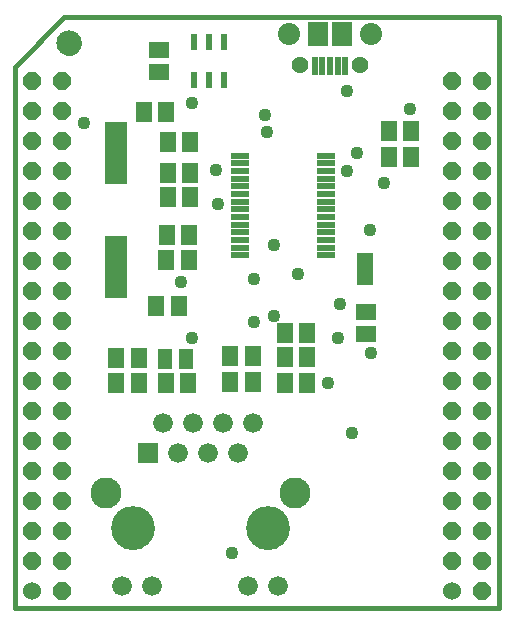
<source format=gts>
G75*
%MOIN*%
%OFA0B0*%
%FSLAX24Y24*%
%IPPOS*%
%LPD*%
%AMOC8*
5,1,8,0,0,1.08239X$1,22.5*
%
%ADD10C,0.0160*%
%ADD11C,0.0000*%
%ADD12C,0.0847*%
%ADD13C,0.0600*%
%ADD14OC8,0.0600*%
%ADD15R,0.0610X0.0197*%
%ADD16C,0.0660*%
%ADD17C,0.1035*%
%ADD18R,0.0660X0.0660*%
%ADD19C,0.1460*%
%ADD20R,0.0572X0.0651*%
%ADD21R,0.0651X0.0572*%
%ADD22R,0.0760X0.2060*%
%ADD23R,0.0560X0.1060*%
%ADD24R,0.0493X0.0651*%
%ADD25R,0.0220X0.0540*%
%ADD26R,0.0217X0.0591*%
%ADD27R,0.0651X0.0808*%
%ADD28C,0.0739*%
%ADD29C,0.0562*%
%ADD30C,0.0436*%
D10*
X000259Y001718D02*
X016401Y001718D01*
X016401Y021403D01*
X001913Y021403D01*
X000259Y019749D01*
X000259Y001718D01*
D11*
X003490Y004375D02*
X003492Y004427D01*
X003498Y004479D01*
X003508Y004531D01*
X003521Y004581D01*
X003538Y004631D01*
X003559Y004679D01*
X003584Y004725D01*
X003612Y004769D01*
X003643Y004811D01*
X003677Y004851D01*
X003714Y004888D01*
X003754Y004922D01*
X003796Y004953D01*
X003840Y004981D01*
X003886Y005006D01*
X003934Y005027D01*
X003984Y005044D01*
X004034Y005057D01*
X004086Y005067D01*
X004138Y005073D01*
X004190Y005075D01*
X004242Y005073D01*
X004294Y005067D01*
X004346Y005057D01*
X004396Y005044D01*
X004446Y005027D01*
X004494Y005006D01*
X004540Y004981D01*
X004584Y004953D01*
X004626Y004922D01*
X004666Y004888D01*
X004703Y004851D01*
X004737Y004811D01*
X004768Y004769D01*
X004796Y004725D01*
X004821Y004679D01*
X004842Y004631D01*
X004859Y004581D01*
X004872Y004531D01*
X004882Y004479D01*
X004888Y004427D01*
X004890Y004375D01*
X004888Y004323D01*
X004882Y004271D01*
X004872Y004219D01*
X004859Y004169D01*
X004842Y004119D01*
X004821Y004071D01*
X004796Y004025D01*
X004768Y003981D01*
X004737Y003939D01*
X004703Y003899D01*
X004666Y003862D01*
X004626Y003828D01*
X004584Y003797D01*
X004540Y003769D01*
X004494Y003744D01*
X004446Y003723D01*
X004396Y003706D01*
X004346Y003693D01*
X004294Y003683D01*
X004242Y003677D01*
X004190Y003675D01*
X004138Y003677D01*
X004086Y003683D01*
X004034Y003693D01*
X003984Y003706D01*
X003934Y003723D01*
X003886Y003744D01*
X003840Y003769D01*
X003796Y003797D01*
X003754Y003828D01*
X003714Y003862D01*
X003677Y003899D01*
X003643Y003939D01*
X003612Y003981D01*
X003584Y004025D01*
X003559Y004071D01*
X003538Y004119D01*
X003521Y004169D01*
X003508Y004219D01*
X003498Y004271D01*
X003492Y004323D01*
X003490Y004375D01*
X007990Y004375D02*
X007992Y004427D01*
X007998Y004479D01*
X008008Y004531D01*
X008021Y004581D01*
X008038Y004631D01*
X008059Y004679D01*
X008084Y004725D01*
X008112Y004769D01*
X008143Y004811D01*
X008177Y004851D01*
X008214Y004888D01*
X008254Y004922D01*
X008296Y004953D01*
X008340Y004981D01*
X008386Y005006D01*
X008434Y005027D01*
X008484Y005044D01*
X008534Y005057D01*
X008586Y005067D01*
X008638Y005073D01*
X008690Y005075D01*
X008742Y005073D01*
X008794Y005067D01*
X008846Y005057D01*
X008896Y005044D01*
X008946Y005027D01*
X008994Y005006D01*
X009040Y004981D01*
X009084Y004953D01*
X009126Y004922D01*
X009166Y004888D01*
X009203Y004851D01*
X009237Y004811D01*
X009268Y004769D01*
X009296Y004725D01*
X009321Y004679D01*
X009342Y004631D01*
X009359Y004581D01*
X009372Y004531D01*
X009382Y004479D01*
X009388Y004427D01*
X009390Y004375D01*
X009388Y004323D01*
X009382Y004271D01*
X009372Y004219D01*
X009359Y004169D01*
X009342Y004119D01*
X009321Y004071D01*
X009296Y004025D01*
X009268Y003981D01*
X009237Y003939D01*
X009203Y003899D01*
X009166Y003862D01*
X009126Y003828D01*
X009084Y003797D01*
X009040Y003769D01*
X008994Y003744D01*
X008946Y003723D01*
X008896Y003706D01*
X008846Y003693D01*
X008794Y003683D01*
X008742Y003677D01*
X008690Y003675D01*
X008638Y003677D01*
X008586Y003683D01*
X008534Y003693D01*
X008484Y003706D01*
X008434Y003723D01*
X008386Y003744D01*
X008340Y003769D01*
X008296Y003797D01*
X008254Y003828D01*
X008214Y003862D01*
X008177Y003899D01*
X008143Y003939D01*
X008112Y003981D01*
X008084Y004025D01*
X008059Y004071D01*
X008038Y004119D01*
X008021Y004169D01*
X008008Y004219D01*
X007998Y004271D01*
X007992Y004323D01*
X007990Y004375D01*
X001676Y020536D02*
X001678Y020575D01*
X001684Y020614D01*
X001694Y020652D01*
X001707Y020689D01*
X001724Y020724D01*
X001744Y020758D01*
X001768Y020789D01*
X001795Y020818D01*
X001824Y020844D01*
X001856Y020867D01*
X001890Y020887D01*
X001926Y020903D01*
X001963Y020915D01*
X002002Y020924D01*
X002041Y020929D01*
X002080Y020930D01*
X002119Y020927D01*
X002158Y020920D01*
X002195Y020909D01*
X002232Y020895D01*
X002267Y020877D01*
X002300Y020856D01*
X002331Y020831D01*
X002359Y020804D01*
X002384Y020774D01*
X002406Y020741D01*
X002425Y020707D01*
X002440Y020671D01*
X002452Y020633D01*
X002460Y020595D01*
X002464Y020556D01*
X002464Y020516D01*
X002460Y020477D01*
X002452Y020439D01*
X002440Y020401D01*
X002425Y020365D01*
X002406Y020331D01*
X002384Y020298D01*
X002359Y020268D01*
X002331Y020241D01*
X002300Y020216D01*
X002267Y020195D01*
X002232Y020177D01*
X002195Y020163D01*
X002158Y020152D01*
X002119Y020145D01*
X002080Y020142D01*
X002041Y020143D01*
X002002Y020148D01*
X001963Y020157D01*
X001926Y020169D01*
X001890Y020185D01*
X001856Y020205D01*
X001824Y020228D01*
X001795Y020254D01*
X001768Y020283D01*
X001744Y020314D01*
X001724Y020348D01*
X001707Y020383D01*
X001694Y020420D01*
X001684Y020458D01*
X001678Y020497D01*
X001676Y020536D01*
D12*
X002070Y020536D03*
D13*
X000830Y002273D03*
X014830Y002273D03*
D14*
X014830Y003273D03*
X014830Y004273D03*
X014830Y005273D03*
X014830Y006273D03*
X014830Y007273D03*
X014830Y008273D03*
X014830Y009273D03*
X014830Y010273D03*
X014830Y011273D03*
X014830Y012273D03*
X014830Y013273D03*
X014830Y014273D03*
X014830Y015273D03*
X014830Y016273D03*
X014830Y017273D03*
X014830Y018273D03*
X014830Y019273D03*
X015830Y019273D03*
X015830Y018273D03*
X015830Y017273D03*
X015830Y016273D03*
X015830Y015273D03*
X015830Y014273D03*
X015830Y013273D03*
X015830Y012273D03*
X015830Y011273D03*
X015830Y010273D03*
X015830Y009273D03*
X015830Y008273D03*
X015830Y007273D03*
X015830Y006273D03*
X015830Y005273D03*
X015830Y004273D03*
X015830Y003273D03*
X015830Y002273D03*
X001830Y002273D03*
X001830Y003273D03*
X001830Y004273D03*
X001830Y005273D03*
X001830Y006273D03*
X001830Y007273D03*
X001830Y008273D03*
X001830Y009273D03*
X001830Y010273D03*
X001830Y011273D03*
X001830Y012273D03*
X001830Y013273D03*
X001830Y014273D03*
X001830Y015273D03*
X001830Y016273D03*
X001830Y017273D03*
X001830Y018273D03*
X001830Y019273D03*
X000830Y019273D03*
X000830Y018273D03*
X000830Y017273D03*
X000830Y016273D03*
X000830Y015273D03*
X000830Y014273D03*
X000830Y013273D03*
X000830Y012273D03*
X000830Y011273D03*
X000830Y010273D03*
X000830Y009273D03*
X000830Y008273D03*
X000830Y007273D03*
X000830Y006273D03*
X000830Y005273D03*
X000830Y004273D03*
X000830Y003273D03*
D15*
X007757Y013460D03*
X007757Y013716D03*
X007757Y013971D03*
X007757Y014227D03*
X007757Y014483D03*
X007757Y014739D03*
X007757Y014995D03*
X007757Y015251D03*
X007757Y015507D03*
X007757Y015763D03*
X007757Y016019D03*
X007757Y016275D03*
X007757Y016531D03*
X007757Y016786D03*
X010636Y016786D03*
X010636Y016531D03*
X010636Y016275D03*
X010636Y016019D03*
X010636Y015763D03*
X010636Y015507D03*
X010636Y015251D03*
X010636Y014995D03*
X010636Y014739D03*
X010636Y014483D03*
X010636Y014227D03*
X010636Y013971D03*
X010636Y013716D03*
X010636Y013460D03*
D16*
X008190Y007875D03*
X007690Y006875D03*
X007190Y007875D03*
X006690Y006875D03*
X006190Y007875D03*
X005690Y006875D03*
X005190Y007875D03*
X004840Y002425D03*
X003840Y002425D03*
X008040Y002425D03*
X009040Y002425D03*
D17*
X009590Y005525D03*
X003290Y005525D03*
D18*
X004690Y006875D03*
D19*
X004190Y004375D03*
X008690Y004375D03*
D20*
X009255Y009218D03*
X009255Y010084D03*
X009255Y010891D03*
X010003Y010891D03*
X010003Y010084D03*
X010003Y009218D03*
X008192Y009237D03*
X008192Y010103D03*
X007444Y010103D03*
X007444Y009237D03*
X006047Y009218D03*
X005299Y009218D03*
X004393Y009218D03*
X004393Y010025D03*
X003645Y010025D03*
X003645Y009218D03*
X004984Y011777D03*
X005732Y011777D03*
X006066Y013312D03*
X006086Y014139D03*
X005338Y014139D03*
X005318Y013312D03*
X005358Y015399D03*
X006106Y015399D03*
X006106Y016206D03*
X005358Y016206D03*
X005358Y017229D03*
X006106Y017229D03*
X005318Y018233D03*
X004570Y018233D03*
X012739Y017623D03*
X013487Y017623D03*
X013487Y016737D03*
X012739Y016737D03*
D21*
X011972Y011580D03*
X011972Y010832D03*
X005082Y019572D03*
X005082Y020320D03*
D22*
X003625Y016866D03*
X003625Y013066D03*
D23*
X011952Y013017D03*
D24*
X005968Y010005D03*
X005259Y010005D03*
D25*
X006236Y019316D03*
X006736Y019316D03*
X007236Y019316D03*
X007236Y020576D03*
X006736Y020576D03*
X006236Y020576D03*
D26*
X010259Y019779D03*
X010515Y019779D03*
X010771Y019779D03*
X011027Y019779D03*
X011283Y019779D03*
D27*
X011165Y020832D03*
X010377Y020828D03*
D28*
X009393Y020832D03*
X012149Y020832D03*
D29*
X011755Y019798D03*
X009787Y019798D03*
D30*
X008606Y018155D03*
X008684Y017564D03*
X006972Y016324D03*
X007031Y015182D03*
X008901Y013804D03*
X009688Y012840D03*
X008901Y011442D03*
X008251Y011245D03*
X008232Y012682D03*
X006184Y010694D03*
X005810Y012584D03*
X002582Y017879D03*
X006184Y018529D03*
X011322Y018942D03*
X011657Y016875D03*
X011342Y016284D03*
X012582Y015871D03*
X012110Y014296D03*
X011106Y011836D03*
X011027Y010694D03*
X012129Y010221D03*
X010692Y009218D03*
X011519Y007525D03*
X007503Y003548D03*
X013428Y018351D03*
M02*

</source>
